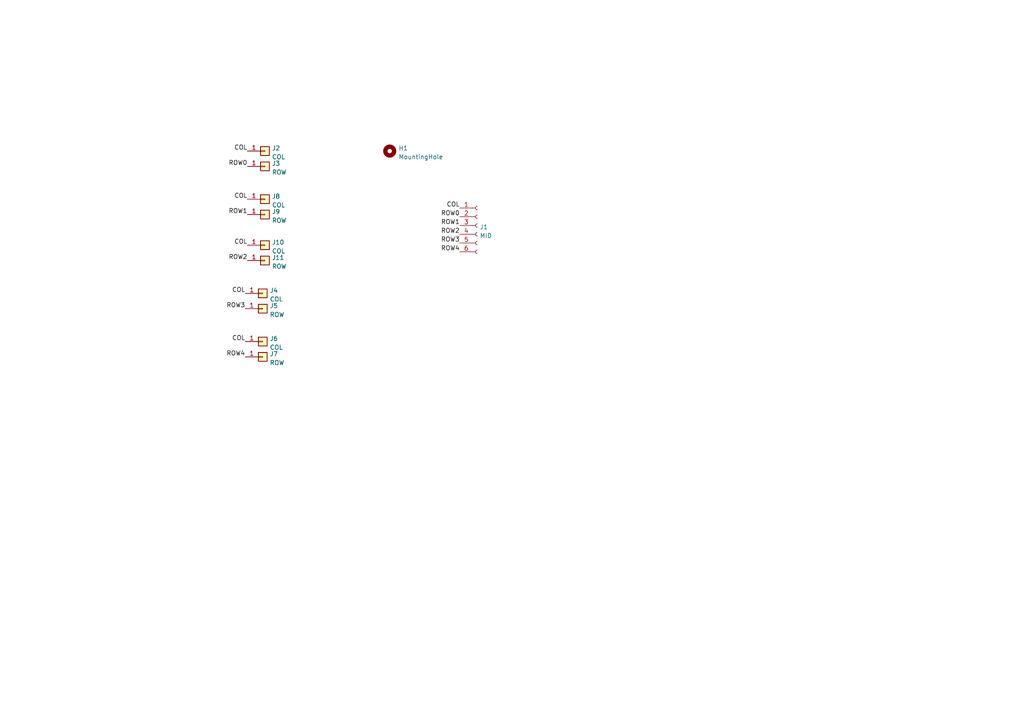
<source format=kicad_sch>
(kicad_sch (version 20211123) (generator eeschema)
  (paper "A4")
  (lib_symbols
    (symbol "Connector:Conn_01x06_Female" (pin_names (offset 1.016) hide)
      (property "Reference" "J" (at 0 7.62 0))
      (property "Value" "Conn_01x06_Female" (at 0 -10.16 0))
      (symbol "Conn_01x06_Female_1_1"
        (arc (start 0 -7.112) (mid -0.508 -7.62) (end 0 -8.128) (stroke (width 0.1524)))
        (arc (start 0 -4.572) (mid -0.508 -5.08) (end 0 -5.588) (stroke (width 0.1524)))
        (arc (start 0 -2.032) (mid -0.508 -2.54) (end 0 -3.048) (stroke (width 0.1524)))
        (polyline (pts (xy -1.27 -7.62) (xy -0.508 -7.62)) (stroke (width 0.1524)))
        (polyline (pts (xy -1.27 -5.08) (xy -0.508 -5.08)) (stroke (width 0.1524)))
        (polyline (pts (xy -1.27 -2.54) (xy -0.508 -2.54)) (stroke (width 0.1524)))
        (polyline (pts (xy -1.27 0) (xy -0.508 0)) (stroke (width 0.1524)))
        (polyline (pts (xy -1.27 2.54) (xy -0.508 2.54)) (stroke (width 0.1524)))
        (polyline (pts (xy -1.27 5.08) (xy -0.508 5.08)) (stroke (width 0.1524)))
        (arc (start 0 0.508) (mid -0.508 0) (end 0 -0.508) (stroke (width 0.1524)))
        (arc (start 0 3.048) (mid -0.508 2.54) (end 0 2.032) (stroke (width 0.1524)))
        (arc (start 0 5.588) (mid -0.508 5.08) (end 0 4.572) (stroke (width 0.1524)))
        (pin passive line (at -5.08 5.08 0) (length 3.81) (name "Pin_1") (number "1"))
        (pin passive line (at -5.08 2.54 0) (length 3.81) (name "Pin_2") (number "2"))
        (pin passive line (at -5.08 0 0) (length 3.81) (name "Pin_3") (number "3"))
        (pin passive line (at -5.08 -2.54 0) (length 3.81) (name "Pin_4") (number "4"))
        (pin passive line (at -5.08 -5.08 0) (length 3.81) (name "Pin_5") (number "5"))
        (pin passive line (at -5.08 -7.62 0) (length 3.81) (name "Pin_6") (number "6"))
      )
    )
    (symbol "Connector_Generic:Conn_01x01" (pin_names (offset 1.016) hide)
      (property "Reference" "J" (at 0 2.54 0))
      (property "Value" "Conn_01x01" (at 0 -2.54 0))
      (symbol "Conn_01x01_1_1"
        (rectangle (start -1.27 0.127) (end 0 -0.127) (stroke (width 0.1524)))
        (rectangle (start -1.27 1.27) (end 1.27 -1.27) (stroke (width 0.254)) (fill (type background)))
        (pin passive line (at -5.08 0 0) (length 3.81) (name "Pin_1") (number "1"))
      )
    )
    (symbol "Mechanical:MountingHole" (pin_names (offset 1.016))
      (property "Reference" "H" (at 0 5.08 0))
      (property "Value" "MountingHole" (at 0 3.175 0))
      (symbol "MountingHole_0_1"
        (circle (center 0 0) (radius 1.27) (stroke (width 1.27)))
      )
    )
  )
  (label "ROW2" (at 71.755 75.565 180))
  (label "COL" (at 71.755 57.785 180))
  (label "COL" (at 133.35 60.325 180))
  (label "COL" (at 71.755 43.815 180))
  (label "ROW0" (at 133.35 62.865 180))
  (label "ROW1" (at 133.35 65.405 180))
  (label "ROW2" (at 133.35 67.945 180))
  (label "ROW4" (at 133.35 73.025 180))
  (label "COL" (at 71.12 85.09 180))
  (label "COL" (at 71.755 71.12 180))
  (label "COL" (at 71.12 99.06 180))
  (label "ROW1" (at 71.755 62.23 180))
  (label "ROW0" (at 71.755 48.26 180))
  (label "ROW4" (at 71.12 103.505 180))
  (label "ROW3" (at 71.12 89.535 180))
  (label "ROW3" (at 133.35 70.485 180))
  (symbol (lib_id "Connector_Generic:Conn_01x01") (at 76.835 57.785 0) (unit 1)
    (property "Reference" "J8" (at 78.867 56.9503 0) (effects (justify left)))
    (property "Value" "COL" (at 78.867 59.4872 0) (effects (justify left)))
    (property "Footprint" "Connector_Wire:SolderWire-0.5sqmm_1x01_D0.9mm_OD2.1mm" (effects hide))
  )
  (symbol (lib_id "Connector_Generic:Conn_01x01") (at 76.2 89.535 0) (unit 1)
    (property "Reference" "J5" (at 78.232 88.7003 0) (effects (justify left)))
    (property "Value" "ROW" (at 78.232 91.2372 0) (effects (justify left)))
    (property "Footprint" "Connector_Wire:SolderWire-0.5sqmm_1x01_D0.9mm_OD2.1mm" (effects hide))
  )
  (symbol (lib_id "Connector_Generic:Conn_01x01") (at 76.835 75.565 0) (unit 1)
    (property "Reference" "J11" (at 78.867 74.7303 0) (effects (justify left)))
    (property "Value" "ROW" (at 78.867 77.2672 0) (effects (justify left)))
    (property "Footprint" "Connector_Wire:SolderWire-0.5sqmm_1x01_D0.9mm_OD2.1mm" (effects hide))
  )
  (symbol (lib_id "Connector_Generic:Conn_01x01") (at 76.835 62.23 0) (unit 1)
    (property "Reference" "J9" (at 78.867 61.3953 0) (effects (justify left)))
    (property "Value" "ROW" (at 78.867 63.9322 0) (effects (justify left)))
    (property "Footprint" "Connector_Wire:SolderWire-0.5sqmm_1x01_D0.9mm_OD2.1mm" (effects hide))
  )
  (symbol (lib_id "Connector_Generic:Conn_01x01") (at 76.2 85.09 0) (unit 1)
    (property "Reference" "J4" (at 78.232 84.2553 0) (effects (justify left)))
    (property "Value" "COL" (at 78.232 86.7922 0) (effects (justify left)))
    (property "Footprint" "Connector_Wire:SolderWire-0.5sqmm_1x01_D0.9mm_OD2.1mm" (effects hide))
  )
  (symbol (lib_id "Connector_Generic:Conn_01x01") (at 76.835 48.26 0) (unit 1)
    (property "Reference" "J3" (at 78.867 47.4253 0) (effects (justify left)))
    (property "Value" "ROW" (at 78.867 49.9622 0) (effects (justify left)))
    (property "Footprint" "Connector_Wire:SolderWire-0.5sqmm_1x01_D0.9mm_OD2.1mm" (effects hide))
  )
  (symbol (lib_id "Connector_Generic:Conn_01x01") (at 76.2 99.06 0) (unit 1)
    (property "Reference" "J6" (at 78.232 98.2253 0) (effects (justify left)))
    (property "Value" "COL" (at 78.232 100.7622 0) (effects (justify left)))
    (property "Footprint" "Connector_Wire:SolderWire-0.5sqmm_1x01_D0.9mm_OD2.1mm" (effects hide))
  )
  (symbol (lib_id "Connector_Generic:Conn_01x01") (at 76.835 43.815 0) (unit 1)
    (property "Reference" "J2" (at 78.867 42.9803 0) (effects (justify left)))
    (property "Value" "COL" (at 78.867 45.5172 0) (effects (justify left)))
    (property "Footprint" "Connector_Wire:SolderWire-0.5sqmm_1x01_D0.9mm_OD2.1mm" (effects hide))
  )
  (symbol (lib_id "Mechanical:MountingHole") (at 113.03 43.815 0) (unit 1)
    (property "Reference" "H1" (at 115.57 42.9803 0) (effects (justify left)))
    (property "Value" "MountingHole" (at 115.57 45.5172 0) (effects (justify left)))
    (property "Footprint" "MountingHole:MountingHole_3.2mm_M3" (effects hide))
  )
  (symbol (lib_id "Connector:Conn_01x06_Female") (at 138.43 65.405 0) (unit 1)
    (property "Reference" "J1" (at 139.1412 65.8403 0) (effects (justify left)))
    (property "Value" "MID" (at 139.1412 68.3772 0) (effects (justify left)))
    (property "Footprint" "Connector_JST:JST_PH_B6B-PH-K_1x06_P2.00mm_Vertical" (effects hide))
  )
  (symbol (lib_id "Connector_Generic:Conn_01x01") (at 76.2 103.505 0) (unit 1)
    (property "Reference" "J7" (at 78.232 102.6703 0) (effects (justify left)))
    (property "Value" "ROW" (at 78.232 105.2072 0) (effects (justify left)))
    (property "Footprint" "Connector_Wire:SolderWire-0.5sqmm_1x01_D0.9mm_OD2.1mm" (effects hide))
  )
  (symbol (lib_id "Connector_Generic:Conn_01x01") (at 76.835 71.12 0) (unit 1)
    (property "Reference" "J10" (at 78.867 70.2853 0) (effects (justify left)))
    (property "Value" "COL" (at 78.867 72.8222 0) (effects (justify left)))
    (property "Footprint" "Connector_Wire:SolderWire-0.5sqmm_1x01_D0.9mm_OD2.1mm" (effects hide))
  )
)
</source>
